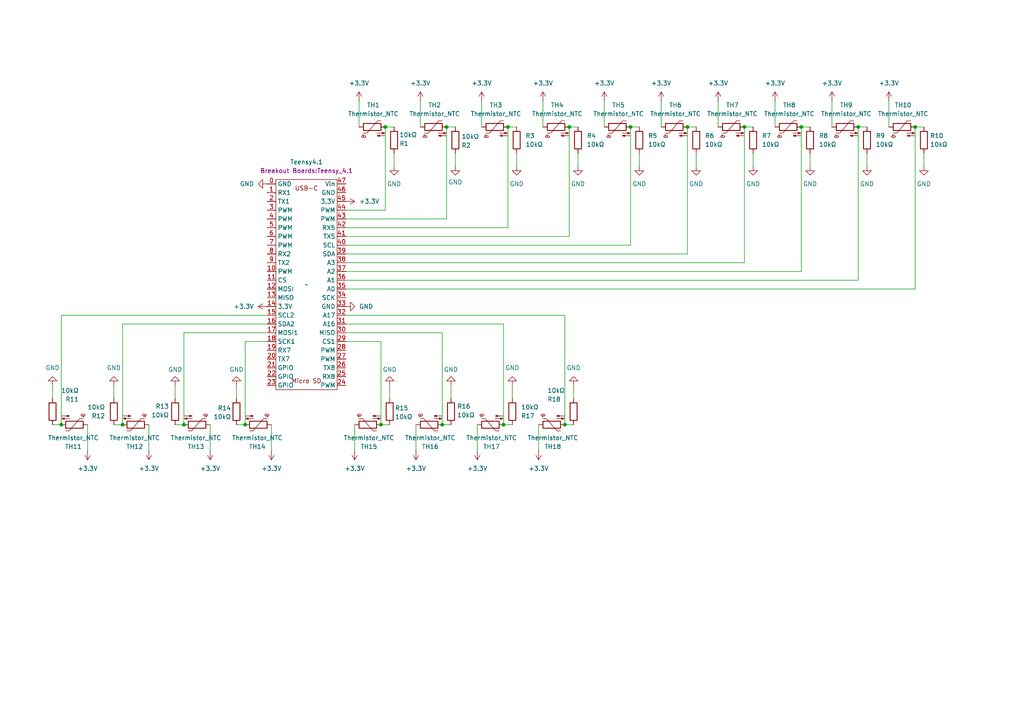
<source format=kicad_sch>
(kicad_sch (version 20231120) (generator "eeschema") (generator_version "8.0")
  (paper "A4")
  (lib_symbols
    (symbol "Breakout Boards:Teensy_4.1"
      (property "Reference" "Teensy4.1" (at 0 0 90))
      (property "Footprint" "Breakout Boards:Teensy_4.1" (at 0 0 0))
      (symbol "Teensy_4.1_0_1"
        (rectangle (start -8.89 30.48) (end 8.89 -30.48))
      )
      (symbol "Teensy_4.1_1_1"
        (text "Micro SD" (at 0 -27.94 0) (effects (font (size 1.27 1.27))))
        (text "USB-C" (at 0 27.94 0) (effects (font (size 1.27 1.27))))
        (pin input line (at -11.43 29.21 0) (length 2.54) (name "GND") (number "0"))
        (pin input line (at -11.43 26.67 0) (length 2.54) (name "RX1") (number "1"))
        (pin input line (at -11.43 3.81 0) (length 2.54) (name "PWM") (number "10"))
        (pin input line (at -11.43 1.27 0) (length 2.54) (name "CS") (number "11"))
        (pin input line (at -11.43 -1.27 0) (length 2.54) (name "MOSI") (number "12"))
        (pin input line (at -11.43 -3.81 0) (length 2.54) (name "MISO") (number "13"))
        (pin input line (at -11.43 -6.35 0) (length 2.54) (name "3.3V") (number "14"))
        (pin input line (at -11.43 -8.89 0) (length 2.54) (name "SCL2") (number "15"))
        (pin input line (at -11.43 -11.43 0) (length 2.54) (name "SDA2") (number "16"))
        (pin input line (at -11.43 -13.97 0) (length 2.54) (name "MOSI1") (number "17"))
        (pin input line (at -11.43 -16.51 0) (length 2.54) (name "SCK1") (number "18"))
        (pin input line (at -11.43 -19.05 0) (length 2.54) (name "RX7") (number "19"))
        (pin input line (at -11.43 24.13 0) (length 2.54) (name "TX1") (number "2"))
        (pin input line (at -11.43 -21.59 0) (length 2.54) (name "TX7") (number "20"))
        (pin input line (at -11.43 -24.13 0) (length 2.54) (name "GPIO") (number "21"))
        (pin input line (at -11.43 -26.67 0) (length 2.54) (name "GPIO") (number "22"))
        (pin input line (at -11.43 -29.21 0) (length 2.54) (name "GPIO") (number "23"))
        (pin input line (at 11.43 -29.21 180) (length 2.54) (name "PWM") (number "24"))
        (pin input line (at 11.43 -26.67 180) (length 2.54) (name "RX8") (number "25"))
        (pin input line (at 11.43 -24.13 180) (length 2.54) (name "TX8") (number "26"))
        (pin input line (at 11.43 -21.59 180) (length 2.54) (name "PWM") (number "27"))
        (pin input line (at 11.43 -19.05 180) (length 2.54) (name "PWM") (number "28"))
        (pin input line (at 11.43 -16.51 180) (length 2.54) (name "CS1") (number "29"))
        (pin input line (at -11.43 21.59 0) (length 2.54) (name "PWM") (number "3"))
        (pin input line (at 11.43 -13.97 180) (length 2.54) (name "MISO") (number "30"))
        (pin input line (at 11.43 -11.43 180) (length 2.54) (name "A16") (number "31"))
        (pin input line (at 11.43 -8.89 180) (length 2.54) (name "A17") (number "32"))
        (pin input line (at 11.43 -6.35 180) (length 2.54) (name "GND") (number "33"))
        (pin input line (at 11.43 -3.81 180) (length 2.54) (name "SCK") (number "34"))
        (pin input line (at 11.43 -1.27 180) (length 2.54) (name "A0") (number "35"))
        (pin input line (at 11.43 1.27 180) (length 2.54) (name "A1") (number "36"))
        (pin input line (at 11.43 3.81 180) (length 2.54) (name "A2") (number "37"))
        (pin input line (at 11.43 6.35 180) (length 2.54) (name "A3") (number "38"))
        (pin input line (at 11.43 8.89 180) (length 2.54) (name "SDA") (number "39"))
        (pin input line (at -11.43 19.05 0) (length 2.54) (name "PWM") (number "4"))
        (pin input line (at 11.43 11.43 180) (length 2.54) (name "SCL") (number "40"))
        (pin input line (at 11.43 13.97 180) (length 2.54) (name "TX5") (number "41"))
        (pin input line (at 11.43 16.51 180) (length 2.54) (name "RX5") (number "42"))
        (pin input line (at 11.43 19.05 180) (length 2.54) (name "PWM") (number "43"))
        (pin input line (at 11.43 21.59 180) (length 2.54) (name "PWM") (number "44"))
        (pin input line (at 11.43 24.13 180) (length 2.54) (name "3.3V") (number "45"))
        (pin input line (at 11.43 26.67 180) (length 2.54) (name "GND") (number "46"))
        (pin input line (at 11.43 29.21 180) (length 2.54) (name "Vin") (number "47"))
        (pin input line (at -11.43 16.51 0) (length 2.54) (name "PWM") (number "5"))
        (pin input line (at -11.43 13.97 0) (length 2.54) (name "PWM") (number "6"))
        (pin input line (at -11.43 11.43 0) (length 2.54) (name "PWM") (number "7"))
        (pin input line (at -11.43 8.89 0) (length 2.54) (name "RX2") (number "8"))
        (pin input line (at -11.43 6.35 0) (length 2.54) (name "TX2") (number "9"))
      )
    )
    (symbol "Device:R" (pin_numbers hide) (pin_names (offset 0))
      (property "Reference" "R" (at 2.032 0 90))
      (property "Value" "R" (at 0 0 90))
      (symbol "R_0_1"
        (rectangle (start -1.016 -2.54) (end 1.016 2.54) (stroke (width 0.254)))
      )
      (symbol "R_1_1"
        (pin passive line (at 0 3.81 270) (length 1.27) (name "~") (number "1"))
        (pin passive line (at 0 -3.81 90) (length 1.27) (name "~") (number "2"))
      )
    )
    (symbol "Device:Thermistor_NTC" (pin_numbers hide) (pin_names (offset 0))
      (property "Reference" "TH" (at -4.445 0 90))
      (property "Value" "Thermistor_NTC" (at 3.175 0 90))
      (symbol "Thermistor_NTC_0_1"
        (arc (start -3.048 2.159) (mid -3.0495 2.3143) (end -3.175 2.413))
        (arc (start -3.048 2.159) (mid -2.9736 1.9794) (end -2.794 1.905))
        (arc (start -3.048 2.794) (mid -2.9736 2.6144) (end -2.794 2.54))
        (arc (start -2.794 1.905) (mid -2.6144 1.9794) (end -2.54 2.159))
        (arc (start -2.794 2.54) (mid -2.4393 2.5587) (end -2.159 2.794))
        (arc (start -2.794 3.048) (mid -2.9736 2.9736) (end -3.048 2.794))
        (arc (start -2.54 2.794) (mid -2.6144 2.9736) (end -2.794 3.048))
        (rectangle (start -1.016 2.54) (end 1.016 -2.54) (stroke (width 0.254)))
        (polyline (pts (xy -2.54 2.159) (xy -2.54 2.794)))
        (polyline (pts (xy -1.778 2.54) (xy -1.778 1.524) (xy 1.778 -1.524) (xy 1.778 -2.54)))
        (polyline (pts (xy -2.54 -3.683) (xy -2.54 -1.397) (xy -2.794 -2.159) (xy -2.286 -2.159) (xy -2.54 -1.397) (xy -2.54 -1.651)) (fill (type outline)))
        (polyline (pts (xy -1.778 -1.397) (xy -1.778 -3.683) (xy -2.032 -2.921) (xy -1.524 -2.921) (xy -1.778 -3.683) (xy -1.778 -3.429)) (fill (type outline)))
      )
      (symbol "Thermistor_NTC_1_1"
        (pin passive line (at 0 3.81 270) (length 1.27) (name "~") (number "1"))
        (pin passive line (at 0 -3.81 90) (length 1.27) (name "~") (number "2"))
      )
    )
    (symbol "GND_1" (power) (pin_numbers hide) (pin_names (offset 0) hide)
      (property "Value" "GND" (at 0 -3.81 0))
      (symbol "GND_1_0_1"
        (polyline (pts (xy 0 0) (xy 0 -1.27) (xy 1.27 -1.27) (xy 0 -2.54) (xy -1.27 -1.27) (xy 0 -1.27)))
      )
      (symbol "GND_1_1_1"
        (pin power_in line (at 0 0 270) (length 0) (name "~") (number "1"))
      )
    )
    (symbol "GND_2" (power) (pin_numbers hide) (pin_names (offset 0) hide)
      (property "Value" "GND" (at 0 -3.81 0))
      (symbol "GND_2_0_1"
        (polyline (pts (xy 0 0) (xy 0 -1.27) (xy 1.27 -1.27) (xy 0 -2.54) (xy -1.27 -1.27) (xy 0 -1.27)))
      )
      (symbol "GND_2_1_1"
        (pin power_in line (at 0 0 270) (length 0) (name "~") (number "1"))
      )
    )
    (symbol "power:+3.3V" (power) (pin_numbers hide) (pin_names (offset 0) hide)
      (property "Value" "+3.3V" (at 0 3.556 0))
      (symbol "+3.3V_0_1"
        (polyline (pts (xy -0.762 1.27) (xy 0 2.54)))
        (polyline (pts (xy 0 0) (xy 0 2.54)))
        (polyline (pts (xy 0 2.54) (xy 0.762 1.27)))
      )
      (symbol "+3.3V_1_1"
        (pin power_in line (at 0 0 90) (length 0) (name "~") (number "1"))
      )
    )
    (symbol "power:GND" (power) (pin_names (offset 0))
      (property "Value" "GND" (at 0 -3.81 0))
      (symbol "GND_0_1"
        (polyline (pts (xy 0 0) (xy 0 -1.27) (xy 1.27 -1.27) (xy 0 -2.54) (xy -1.27 -1.27) (xy 0 -1.27)))
      )
      (symbol "GND_1_1"
        (pin power_in line (at 0 0 270) (length 0) hide (name "GND") (number "1"))
      )
    )
  )
  (junction (at 165.1 36.83))
  (junction (at 110.49 123.19))
  (junction (at 147.32 36.83))
  (junction (at 53.34 123.19))
  (junction (at 129.54 36.83))
  (junction (at 199.39 36.83))
  (junction (at 182.88 36.83))
  (junction (at 265.43 36.83))
  (junction (at 163.83 123.19))
  (junction (at 35.56 123.19))
  (junction (at 232.41 36.83))
  (junction (at 146.05 123.19))
  (junction (at 215.9 36.83))
  (junction (at 17.78 123.19))
  (junction (at 248.92 36.83))
  (junction (at 128.27 123.19))
  (junction (at 111.76 36.83))
  (junction (at 71.12 123.19))
  (wire (pts (xy 100.33 63.5) (xy 129.54 63.5)))
  (wire (pts (xy 146.05 93.98) (xy 146.05 123.19)))
  (wire (pts (xy 185.42 44.45) (xy 185.42 48.26)))
  (wire (pts (xy 167.64 44.45) (xy 167.64 48.26)))
  (wire (pts (xy 128.27 96.52) (xy 128.27 123.19)))
  (wire (pts (xy 111.76 36.83) (xy 114.3 36.83)))
  (wire (pts (xy 100.33 68.58) (xy 165.1 68.58)))
  (wire (pts (xy 166.37 111.76) (xy 166.37 115.57)))
  (wire (pts (xy 15.24 115.57) (xy 15.24 111.76)))
  (wire (pts (xy 100.33 83.82) (xy 265.43 83.82)))
  (wire (pts (xy 110.49 99.06) (xy 100.33 99.06)))
  (wire (pts (xy 17.78 123.19) (xy 15.24 123.19)))
  (wire (pts (xy 251.46 44.45) (xy 251.46 48.26)))
  (wire (pts (xy 165.1 36.83) (xy 165.1 68.58)))
  (wire (pts (xy 77.47 91.44) (xy 17.78 91.44)))
  (wire (pts (xy 100.33 81.28) (xy 248.92 81.28)))
  (wire (pts (xy 100.33 60.96) (xy 111.76 60.96)))
  (wire (pts (xy 43.18 130.81) (xy 43.18 123.19)))
  (wire (pts (xy 165.1 36.83) (xy 167.64 36.83)))
  (wire (pts (xy 148.59 123.19) (xy 146.05 123.19)))
  (wire (pts (xy 130.81 111.76) (xy 130.81 115.57)))
  (wire (pts (xy 71.12 99.06) (xy 77.47 99.06)))
  (wire (pts (xy 104.14 29.21) (xy 104.14 36.83)))
  (wire (pts (xy 100.33 78.74) (xy 232.41 78.74)))
  (wire (pts (xy 129.54 36.83) (xy 129.54 63.5)))
  (wire (pts (xy 191.77 29.21) (xy 191.77 36.83)))
  (wire (pts (xy 35.56 123.19) (xy 35.56 93.98)))
  (wire (pts (xy 78.74 130.81) (xy 78.74 123.19)))
  (wire (pts (xy 114.3 44.45) (xy 114.3 48.26)))
  (wire (pts (xy 139.7 29.21) (xy 139.7 36.83)))
  (wire (pts (xy 224.79 29.21) (xy 224.79 36.83)))
  (wire (pts (xy 100.33 71.12) (xy 182.88 71.12)))
  (wire (pts (xy 182.88 36.83) (xy 185.42 36.83)))
  (wire (pts (xy 248.92 36.83) (xy 248.92 81.28)))
  (wire (pts (xy 113.03 111.76) (xy 113.03 115.57)))
  (wire (pts (xy 208.28 29.21) (xy 208.28 36.83)))
  (wire (pts (xy 25.4 130.81) (xy 25.4 123.19)))
  (wire (pts (xy 248.92 36.83) (xy 251.46 36.83)))
  (wire (pts (xy 257.81 29.21) (xy 257.81 36.83)))
  (wire (pts (xy 215.9 36.83) (xy 218.44 36.83)))
  (wire (pts (xy 130.81 123.19) (xy 128.27 123.19)))
  (wire (pts (xy 215.9 36.83) (xy 215.9 76.2)))
  (wire (pts (xy 120.65 130.81) (xy 120.65 123.19)))
  (wire (pts (xy 267.97 44.45) (xy 267.97 48.26)))
  (wire (pts (xy 175.26 36.83) (xy 175.26 29.21)))
  (wire (pts (xy 241.3 29.21) (xy 241.3 36.83)))
  (wire (pts (xy 71.12 123.19) (xy 68.58 123.19)))
  (wire (pts (xy 265.43 36.83) (xy 267.97 36.83)))
  (wire (pts (xy 147.32 36.83) (xy 149.86 36.83)))
  (wire (pts (xy 234.95 44.45) (xy 234.95 48.26)))
  (wire (pts (xy 53.34 123.19) (xy 50.8 123.19)))
  (wire (pts (xy 156.21 130.81) (xy 156.21 123.19)))
  (wire (pts (xy 166.37 123.19) (xy 163.83 123.19)))
  (wire (pts (xy 35.56 93.98) (xy 77.47 93.98)))
  (wire (pts (xy 201.93 44.45) (xy 201.93 48.26)))
  (wire (pts (xy 53.34 96.52) (xy 77.47 96.52)))
  (wire (pts (xy 163.83 91.44) (xy 163.83 123.19)))
  (wire (pts (xy 111.76 36.83) (xy 111.76 60.96)))
  (wire (pts (xy 102.87 123.19) (xy 102.87 130.81)))
  (wire (pts (xy 68.58 115.57) (xy 68.58 111.76)))
  (wire (pts (xy 149.86 44.45) (xy 149.86 48.26)))
  (wire (pts (xy 182.88 36.83) (xy 182.88 71.12)))
  (wire (pts (xy 100.33 96.52) (xy 128.27 96.52)))
  (wire (pts (xy 17.78 91.44) (xy 17.78 123.19)))
  (wire (pts (xy 232.41 36.83) (xy 232.41 78.74)))
  (wire (pts (xy 218.44 44.45) (xy 218.44 48.26)))
  (wire (pts (xy 100.33 66.04) (xy 147.32 66.04)))
  (wire (pts (xy 110.49 123.19) (xy 110.49 99.06)))
  (wire (pts (xy 60.96 130.81) (xy 60.96 123.19)))
  (wire (pts (xy 232.41 36.83) (xy 234.95 36.83)))
  (wire (pts (xy 100.33 93.98) (xy 146.05 93.98)))
  (wire (pts (xy 113.03 123.19) (xy 110.49 123.19)))
  (wire (pts (xy 35.56 123.19) (xy 33.02 123.19)))
  (wire (pts (xy 157.48 29.21) (xy 157.48 36.83)))
  (wire (pts (xy 33.02 115.57) (xy 33.02 111.76)))
  (wire (pts (xy 71.12 123.19) (xy 71.12 99.06)))
  (wire (pts (xy 138.43 130.81) (xy 138.43 123.19)))
  (wire (pts (xy 265.43 36.83) (xy 265.43 83.82)))
  (wire (pts (xy 147.32 36.83) (xy 147.32 66.04)))
  (wire (pts (xy 148.59 111.76) (xy 148.59 115.57)))
  (wire (pts (xy 129.54 36.83) (xy 132.08 36.83)))
  (wire (pts (xy 100.33 73.66) (xy 199.39 73.66)))
  (wire (pts (xy 199.39 36.83) (xy 199.39 73.66)))
  (wire (pts (xy 53.34 123.19) (xy 53.34 96.52)))
  (wire (pts (xy 50.8 115.57) (xy 50.8 111.76)))
  (wire (pts (xy 132.08 44.45) (xy 132.08 48.26)))
  (wire (pts (xy 100.33 76.2) (xy 215.9 76.2)))
  (wire (pts (xy 121.92 29.21) (xy 121.92 36.83)))
  (wire (pts (xy 100.33 91.44) (xy 163.83 91.44)))
  (wire (pts (xy 199.39 36.83) (xy 201.93 36.83)))
  (symbol (lib_id "Device:Thermistor_NTC") (at 57.15 123.19 270) (unit 1)
    (property "Reference" "TH13" (at 56.8325 129.54 90))
    (property "Value" "Thermistor_NTC" (at 56.8325 127 90))
    (property "Footprint" "Connector_JST:JST_EH_B2B-EH-A_1x02_P2.50mm_Vertical" (effects (hide yes)))
  )
  (symbol (lib_id "power:GND") (at 130.81 111.76 0) (mirror x) (unit 1)
    (property "Reference" "#PWR034" (effects (hide yes)))
    (property "Value" "GND" (at 132.842 107.188 0) (effects (justify right)))
  )
  (symbol (lib_id "Device:R") (at 130.81 119.38 0) (mirror x) (unit 1)
    (property "Reference" "R16" (at 132.588 117.856 0) (effects (justify left)))
    (property "Value" "10kΩ" (at 132.588 120.396 0) (effects (justify left)))
    (property "Footprint" "Resistor_THT:R_Axial_DIN0204_L3.6mm_D1.6mm_P7.62mm_Horizontal" (effects (hide yes)))
  )
  (symbol (lib_id "power:+3.3V") (at 224.79 29.21 0) (unit 1)
    (property "Reference" "#PWR017" (effects (hide yes)))
    (property "Value" "+3.3V" (at 224.79 24.13 0))
    (property "Description" "Power symbol creates a global label with name \"+3.3V\"" (effects (hide yes)))
  )
  (symbol (lib_id "Device:R") (at 234.95 40.64 0) (unit 1)
    (property "Reference" "R8" (at 237.49 39.37 0) (effects (justify left)))
    (property "Value" "10kΩ" (at 237.49 41.91 0) (effects (justify left)))
    (property "Footprint" "Resistor_THT:R_Axial_DIN0204_L3.6mm_D1.6mm_P7.62mm_Horizontal" (effects (hide yes)))
  )
  (symbol (lib_id "Device:R") (at 132.08 40.64 0) (unit 1)
    (property "Reference" "R2" (at 133.858 42.164 0) (effects (justify left)))
    (property "Value" "10kΩ" (at 133.858 39.624 0) (effects (justify left)))
    (property "Footprint" "Resistor_THT:R_Axial_DIN0204_L3.6mm_D1.6mm_P7.62mm_Horizontal" (effects (hide yes)))
  )
  (symbol (lib_id "power:+3.3V") (at 139.7 29.21 0) (unit 1)
    (property "Reference" "#PWR07" (effects (hide yes)))
    (property "Value" "+3.3V" (at 139.7 24.13 0))
    (property "Description" "Power symbol creates a global label with name \"+3.3V\"" (effects (hide yes)))
  )
  (symbol (lib_id "Device:R") (at 68.58 119.38 180) (unit 1)
    (property "Reference" "R14" (at 67.056 118.364 0) (effects (justify left)))
    (property "Value" "10kΩ" (at 67.056 120.904 0) (effects (justify left)))
    (property "Footprint" "Resistor_THT:R_Axial_DIN0204_L3.6mm_D1.6mm_P7.62mm_Horizontal" (effects (hide yes)))
  )
  (symbol (lib_id "power:GND") (at 218.44 48.26 0) (unit 1)
    (property "Reference" "#PWR016" (effects (hide yes)))
    (property "Value" "GND" (at 218.44 53.34 0))
  )
  (symbol (lib_id "power:GND") (at 113.03 111.76 0) (mirror x) (unit 1)
    (property "Reference" "#PWR032" (effects (hide yes)))
    (property "Value" "GND" (at 115.062 107.188 0) (effects (justify right)))
  )
  (symbol (lib_id "power:+3.3V") (at 121.92 29.21 0) (unit 1)
    (property "Reference" "#PWR05" (effects (hide yes)))
    (property "Value" "+3.3V" (at 121.92 24.13 0))
    (property "Description" "Power symbol creates a global label with name \"+3.3V\"" (effects (hide yes)))
  )
  (symbol (lib_id "power:+3.3V") (at 208.28 29.21 0) (unit 1)
    (property "Reference" "#PWR015" (effects (hide yes)))
    (property "Value" "+3.3V" (at 208.28 24.13 0))
    (property "Description" "Power symbol creates a global label with name \"+3.3V\"" (effects (hide yes)))
  )
  (symbol (lib_id "power:+3.3V") (at 191.77 29.21 0) (unit 1)
    (property "Reference" "#PWR013" (effects (hide yes)))
    (property "Value" "+3.3V" (at 191.77 24.13 0))
    (property "Description" "Power symbol creates a global label with name \"+3.3V\"" (effects (hide yes)))
  )
  (symbol (lib_id "power:+3.3V") (at 78.74 130.81 180) (unit 1)
    (property "Reference" "#PWR030" (effects (hide yes)))
    (property "Value" "+3.3V" (at 78.74 135.89 0))
    (property "Description" "Power symbol creates a global label with name \"+3.3V\"" (effects (hide yes)))
  )
  (symbol (lib_id "power:GND") (at 267.97 48.26 0) (unit 1)
    (property "Reference" "#PWR022" (effects (hide yes)))
    (property "Value" "GND" (at 267.97 53.34 0))
  )
  (symbol (lib_id "Device:R") (at 15.24 119.38 180) (unit 1)
    (property "Reference" "R11" (at 22.86 115.824 0) (effects (justify left)))
    (property "Value" "10kΩ" (at 22.86 113.284 0) (effects (justify left)))
    (property "Footprint" "Resistor_THT:R_Axial_DIN0204_L3.6mm_D1.6mm_P7.62mm_Horizontal" (effects (hide yes)))
  )
  (symbol (lib_id "power:+3.3V") (at 241.3 29.21 0) (unit 1)
    (property "Reference" "#PWR019" (effects (hide yes)))
    (property "Value" "+3.3V" (at 241.3 24.13 0))
    (property "Description" "Power symbol creates a global label with name \"+3.3V\"" (effects (hide yes)))
  )
  (symbol (lib_id "Device:R") (at 218.44 40.64 0) (unit 1)
    (property "Reference" "R7" (at 220.98 39.37 0) (effects (justify left)))
    (property "Value" "10kΩ" (at 220.98 41.91 0) (effects (justify left)))
    (property "Footprint" "Resistor_THT:R_Axial_DIN0204_L3.6mm_D1.6mm_P7.62mm_Horizontal" (effects (hide yes)))
  )
  (symbol (lib_id "Device:Thermistor_NTC") (at 160.02 123.19 90) (mirror x) (unit 1)
    (property "Reference" "TH18" (at 160.3375 129.54 90))
    (property "Value" "Thermistor_NTC" (at 160.3375 127 90))
    (property "Footprint" "Connector_JST:JST_EH_B2B-EH-A_1x02_P2.50mm_Vertical" (effects (hide yes)))
  )
  (symbol (lib_id "Device:Thermistor_NTC") (at 74.93 123.19 270) (unit 1)
    (property "Reference" "TH14" (at 74.6125 129.54 90))
    (property "Value" "Thermistor_NTC" (at 74.6125 127 90))
    (property "Footprint" "Connector_JST:JST_EH_B2B-EH-A_1x02_P2.50mm_Vertical" (effects (hide yes)))
  )
  (symbol (lib_name "GND_1") (lib_id "power:GND") (at 114.3 48.26 0) (unit 1)
    (property "Reference" "#PWR04" (effects (hide yes)))
    (property "Value" "GND" (at 114.3 53.34 0))
    (property "Description" "Power symbol creates a global label with name \"GND\" , ground" (effects (hide yes)))
  )
  (symbol (lib_name "GND_2") (lib_id "power:GND") (at 100.33 88.9 90) (unit 1)
    (property "Reference" "#PWR02" (effects (hide yes)))
    (property "Value" "GND" (at 104.14 88.8999 90) (effects (justify right)))
    (property "Description" "Power symbol creates a global label with name \"GND\" , ground" (effects (hide yes)))
  )
  (symbol (lib_id "power:GND") (at 167.64 48.26 0) (unit 1)
    (property "Reference" "#PWR010" (effects (hide yes)))
    (property "Value" "GND" (at 167.64 53.34 0))
  )
  (symbol (lib_id "power:+3.3V") (at 77.47 88.9 90) (unit 1)
    (property "Reference" "#PWR039" (effects (hide yes)))
    (property "Value" "+3.3V" (at 73.66 88.8999 90) (effects (justify left)))
    (property "Description" "Power symbol creates a global label with name \"+3.3V\"" (effects (hide yes)))
  )
  (symbol (lib_id "power:+3.3V") (at 43.18 130.81 180) (unit 1)
    (property "Reference" "#PWR026" (effects (hide yes)))
    (property "Value" "+3.3V" (at 43.18 135.89 0))
    (property "Description" "Power symbol creates a global label with name \"+3.3V\"" (effects (hide yes)))
  )
  (symbol (lib_id "power:+3.3V") (at 100.33 58.42 270) (unit 1)
    (property "Reference" "#PWR01" (effects (hide yes)))
    (property "Value" "+3.3V" (at 104.14 58.4199 90) (effects (justify left)))
    (property "Description" "Power symbol creates a global label with name \"+3.3V\"" (effects (hide yes)))
  )
  (symbol (lib_id "Device:R") (at 251.46 40.64 0) (unit 1)
    (property "Reference" "R9" (at 254 39.37 0) (effects (justify left)))
    (property "Value" "10kΩ" (at 254 41.91 0) (effects (justify left)))
    (property "Footprint" "Resistor_THT:R_Axial_DIN0204_L3.6mm_D1.6mm_P7.62mm_Horizontal" (effects (hide yes)))
  )
  (symbol (lib_id "Device:Thermistor_NTC") (at 161.29 36.83 90) (unit 1)
    (property "Reference" "TH4" (at 161.6075 30.48 90))
    (property "Value" "Thermistor_NTC" (at 161.6075 33.02 90))
    (property "Footprint" "Connector_JST:JST_EH_B2B-EH-A_1x02_P2.50mm_Vertical" (effects (hide yes)))
  )
  (symbol (lib_id "Device:Thermistor_NTC") (at 228.6 36.83 90) (unit 1)
    (property "Reference" "TH8" (at 228.9175 30.48 90))
    (property "Value" "Thermistor_NTC" (at 228.9175 33.02 90))
    (property "Footprint" "Connector_JST:JST_EH_B2B-EH-A_1x02_P2.50mm_Vertical" (effects (hide yes)))
  )
  (symbol (lib_id "power:+3.3V") (at 257.81 29.21 0) (unit 1)
    (property "Reference" "#PWR021" (effects (hide yes)))
    (property "Value" "+3.3V" (at 257.81 24.13 0))
    (property "Description" "Power symbol creates a global label with name \"+3.3V\"" (effects (hide yes)))
  )
  (symbol (lib_id "power:GND") (at 50.8 111.76 180) (unit 1)
    (property "Reference" "#PWR027" (effects (hide yes)))
    (property "Value" "GND" (at 48.768 107.188 0) (effects (justify right)))
  )
  (symbol (lib_id "power:+3.3V") (at 104.14 29.21 0) (unit 1)
    (property "Reference" "#PWR03" (effects (hide yes)))
    (property "Value" "+3.3V" (at 104.14 24.13 0))
    (property "Description" "Power symbol creates a global label with name \"+3.3V\"" (effects (hide yes)))
  )
  (symbol (lib_name "GND_2") (lib_id "power:GND") (at 77.47 53.34 270) (unit 1)
    (property "Reference" "#PWR040" (effects (hide yes)))
    (property "Value" "GND" (at 73.66 53.3399 90) (effects (justify right)))
    (property "Description" "Power symbol creates a global label with name \"GND\" , ground" (effects (hide yes)))
  )
  (symbol (lib_id "Device:R") (at 201.93 40.64 0) (unit 1)
    (property "Reference" "R6" (at 204.47 39.37 0) (effects (justify left)))
    (property "Value" "10kΩ" (at 204.47 41.91 0) (effects (justify left)))
    (property "Footprint" "Resistor_THT:R_Axial_DIN0204_L3.6mm_D1.6mm_P7.62mm_Horizontal" (effects (hide yes)))
  )
  (symbol (lib_id "Device:Thermistor_NTC") (at 261.62 36.83 90) (unit 1)
    (property "Reference" "TH10" (at 261.9375 30.48 90))
    (property "Value" "Thermistor_NTC" (at 261.9375 33.02 90))
    (property "Footprint" "Connector_JST:JST_EH_B2B-EH-A_1x02_P2.50mm_Vertical" (effects (hide yes)))
  )
  (symbol (lib_id "power:+3.3V") (at 138.43 130.81 180) (unit 1)
    (property "Reference" "#PWR035" (effects (hide yes)))
    (property "Value" "+3.3V" (at 138.43 135.89 0))
    (property "Description" "Power symbol creates a global label with name \"+3.3V\"" (effects (hide yes)))
  )
  (symbol (lib_id "Device:Thermistor_NTC") (at 245.11 36.83 90) (unit 1)
    (property "Reference" "TH9" (at 245.4275 30.48 90))
    (property "Value" "Thermistor_NTC" (at 245.4275 33.02 90))
    (property "Footprint" "Connector_JST:JST_EH_B2B-EH-A_1x02_P2.50mm_Vertical" (effects (hide yes)))
  )
  (symbol (lib_id "power:+3.3V") (at 102.87 130.81 180) (unit 1)
    (property "Reference" "#PWR031" (effects (hide yes)))
    (property "Value" "+3.3V" (at 102.87 135.89 0))
    (property "Description" "Power symbol creates a global label with name \"+3.3V\"" (effects (hide yes)))
  )
  (symbol (lib_id "Device:R") (at 166.37 119.38 0) (mirror x) (unit 1)
    (property "Reference" "R18" (at 158.75 115.824 0) (effects (justify left)))
    (property "Value" "10kΩ" (at 158.75 113.284 0) (effects (justify left)))
    (property "Footprint" "Resistor_THT:R_Axial_DIN0204_L3.6mm_D1.6mm_P7.62mm_Horizontal" (effects (hide yes)))
  )
  (symbol (lib_id "Device:Thermistor_NTC") (at 107.95 36.83 90) (unit 1)
    (property "Reference" "TH1" (at 108.2675 30.48 90))
    (property "Value" "Thermistor_NTC" (at 108.2675 33.02 90))
    (property "Footprint" "Connector_JST:JST_EH_B2B-EH-A_1x02_P2.50mm_Vertical" (effects (hide yes)))
  )
  (symbol (lib_id "Device:Thermistor_NTC") (at 106.68 123.19 90) (mirror x) (unit 1)
    (property "Reference" "TH15" (at 106.9975 129.54 90))
    (property "Value" "Thermistor_NTC" (at 106.9975 127 90))
    (property "Footprint" "Connector_JST:JST_EH_B2B-EH-A_1x02_P2.50mm_Vertical" (effects (hide yes)))
  )
  (symbol (lib_id "power:+3.3V") (at 157.48 29.21 0) (unit 1)
    (property "Reference" "#PWR09" (effects (hide yes)))
    (property "Value" "+3.3V" (at 157.48 24.13 0))
    (property "Description" "Power symbol creates a global label with name \"+3.3V\"" (effects (hide yes)))
  )
  (symbol (lib_id "Device:R") (at 114.3 40.64 0) (unit 1)
    (property "Reference" "R1" (at 115.824 41.656 0) (effects (justify left)))
    (property "Value" "10kΩ" (at 115.824 39.116 0) (effects (justify left)))
    (property "Footprint" "Resistor_THT:R_Axial_DIN0204_L3.6mm_D1.6mm_P7.62mm_Horizontal" (effects (hide yes)))
  )
  (symbol (lib_id "power:+3.3V") (at 60.96 130.81 180) (unit 1)
    (property "Reference" "#PWR028" (effects (hide yes)))
    (property "Value" "+3.3V" (at 60.96 135.89 0))
    (property "Description" "Power symbol creates a global label with name \"+3.3V\"" (effects (hide yes)))
  )
  (symbol (lib_id "power:GND") (at 234.95 48.26 0) (unit 1)
    (property "Reference" "#PWR018" (effects (hide yes)))
    (property "Value" "GND" (at 234.95 53.34 0))
  )
  (symbol (lib_id "Device:Thermistor_NTC") (at 179.07 36.83 90) (unit 1)
    (property "Reference" "TH5" (at 179.3875 30.48 90))
    (property "Value" "Thermistor_NTC" (at 179.3875 33.02 90))
    (property "Footprint" "Connector_JST:JST_EH_B2B-EH-A_1x02_P2.50mm_Vertical" (effects (hide yes)))
  )
  (symbol (lib_id "power:+3.3V") (at 175.26 29.21 0) (unit 1)
    (property "Reference" "#PWR011" (effects (hide yes)))
    (property "Value" "+3.3V" (at 175.26 24.13 0))
    (property "Description" "Power symbol creates a global label with name \"+3.3V\"" (effects (hide yes)))
  )
  (symbol (lib_id "Device:Thermistor_NTC") (at 212.09 36.83 90) (unit 1)
    (property "Reference" "TH7" (at 212.4075 30.48 90))
    (property "Value" "Thermistor_NTC" (at 212.4075 33.02 90))
    (property "Footprint" "Connector_JST:JST_EH_B2B-EH-A_1x02_P2.50mm_Vertical" (effects (hide yes)))
  )
  (symbol (lib_id "Device:R") (at 50.8 119.38 180) (unit 1)
    (property "Reference" "R13" (at 49.022 117.856 0) (effects (justify left)))
    (property "Value" "10kΩ" (at 49.022 120.396 0) (effects (justify left)))
    (property "Footprint" "Resistor_THT:R_Axial_DIN0204_L3.6mm_D1.6mm_P7.62mm_Horizontal" (effects (hide yes)))
  )
  (symbol (lib_id "Device:Thermistor_NTC") (at 125.73 36.83 90) (unit 1)
    (property "Reference" "TH2" (at 126.0475 30.48 90))
    (property "Value" "Thermistor_NTC" (at 126.0475 33.02 90))
    (property "Footprint" "Connector_JST:JST_EH_B2B-EH-A_1x02_P2.50mm_Vertical" (effects (hide yes)))
  )
  (symbol (lib_id "Device:Thermistor_NTC") (at 124.46 123.19 90) (mirror x) (unit 1)
    (property "Reference" "TH16" (at 124.7775 129.54 90))
    (property "Value" "Thermistor_NTC" (at 124.7775 127 90))
    (property "Footprint" "Connector_JST:JST_EH_B2B-EH-A_1x02_P2.50mm_Vertical" (effects (hide yes)))
  )
  (symbol (lib_id "power:GND") (at 149.86 48.26 0) (unit 1)
    (property "Reference" "#PWR08" (effects (hide yes)))
    (property "Value" "GND" (at 149.86 53.34 0))
  )
  (symbol (lib_id "power:GND") (at 68.58 111.76 180) (unit 1)
    (property "Reference" "#PWR029" (effects (hide yes)))
    (property "Value" "GND" (at 66.548 107.188 0) (effects (justify right)))
  )
  (symbol (lib_id "power:GND") (at 15.24 111.76 180) (unit 1)
    (property "Reference" "#PWR023" (effects (hide yes)))
    (property "Value" "GND" (at 15.24 106.68 0))
  )
  (symbol (lib_id "power:GND") (at 33.02 111.76 180) (unit 1)
    (property "Reference" "#PWR025" (effects (hide yes)))
    (property "Value" "GND" (at 33.02 106.68 0))
  )
  (symbol (lib_id "Device:Thermistor_NTC") (at 195.58 36.83 90) (unit 1)
    (property "Reference" "TH6" (at 195.8975 30.48 90))
    (property "Value" "Thermistor_NTC" (at 195.8975 33.02 90))
    (property "Footprint" "Connector_JST:JST_EH_B2B-EH-A_1x02_P2.50mm_Vertical" (effects (hide yes)))
  )
  (symbol (lib_id "Device:R") (at 113.03 119.38 0) (mirror x) (unit 1)
    (property "Reference" "R15" (at 114.554 118.364 0) (effects (justify left)))
    (property "Value" "10kΩ" (at 114.554 120.904 0) (effects (justify left)))
    (property "Footprint" "Resistor_THT:R_Axial_DIN0204_L3.6mm_D1.6mm_P7.62mm_Horizontal" (effects (hide yes)))
  )
  (symbol (lib_id "Device:R") (at 267.97 40.64 0) (unit 1)
    (property "Reference" "R10" (at 269.748 39.37 0) (effects (justify left)))
    (property "Value" "10kΩ" (at 269.748 41.91 0) (effects (justify left)))
    (property "Footprint" "Resistor_THT:R_Axial_DIN0204_L3.6mm_D1.6mm_P7.62mm_Horizontal" (effects (hide yes)))
  )
  (symbol (lib_id "power:+3.3V") (at 120.65 130.81 180) (unit 1)
    (property "Reference" "#PWR033" (effects (hide yes)))
    (property "Value" "+3.3V" (at 120.65 135.89 0))
    (property "Description" "Power symbol creates a global label with name \"+3.3V\"" (effects (hide yes)))
  )
  (symbol (lib_id "Device:Thermistor_NTC") (at 21.59 123.19 270) (unit 1)
    (property "Reference" "TH11" (at 21.2725 129.54 90))
    (property "Value" "Thermistor_NTC" (at 21.2725 127 90))
    (property "Footprint" "Connector_JST:JST_EH_B2B-EH-A_1x02_P2.50mm_Vertical" (effects (hide yes)))
  )
  (symbol (lib_id "Device:Thermistor_NTC") (at 143.51 36.83 90) (unit 1)
    (property "Reference" "TH3" (at 143.8275 30.48 90))
    (property "Value" "Thermistor_NTC" (at 143.8275 33.02 90))
    (property "Footprint" "Connector_JST:JST_EH_B2B-EH-A_1x02_P2.50mm_Vertical" (effects (hide yes)))
  )
  (symbol (lib_id "power:GND") (at 201.93 48.26 0) (unit 1)
    (property "Reference" "#PWR014" (effects (hide yes)))
    (property "Value" "GND" (at 201.93 53.34 0))
  )
  (symbol (lib_id "Device:R") (at 149.86 40.64 0) (unit 1)
    (property "Reference" "R3" (at 152.4 39.37 0) (effects (justify left)))
    (property "Value" "10kΩ" (at 152.4 41.91 0) (effects (justify left)))
    (property "Footprint" "Resistor_THT:R_Axial_DIN0204_L3.6mm_D1.6mm_P7.62mm_Horizontal" (effects (hide yes)))
  )
  (symbol (lib_id "power:GND") (at 166.37 111.76 0) (mirror x) (unit 1)
    (property "Reference" "#PWR038" (effects (hide yes)))
    (property "Value" "GND" (at 166.37 106.68 0))
  )
  (symbol (lib_id "Device:Thermistor_NTC") (at 39.37 123.19 270) (unit 1)
    (property "Reference" "TH12" (at 39.0525 129.54 90))
    (property "Value" "Thermistor_NTC" (at 39.0525 127 90))
    (property "Footprint" "Connector_JST:JST_EH_B2B-EH-A_1x02_P2.50mm_Vertical" (effects (hide yes)))
  )
  (symbol (lib_id "Device:R") (at 185.42 40.64 0) (unit 1)
    (property "Reference" "R5" (at 187.96 39.37 0) (effects (justify left)))
    (property "Value" "10kΩ" (at 187.96 41.91 0) (effects (justify left)))
    (property "Footprint" "Resistor_THT:R_Axial_DIN0204_L3.6mm_D1.6mm_P7.62mm_Horizontal" (effects (hide yes)))
  )
  (symbol (lib_id "Device:R") (at 167.64 40.64 0) (unit 1)
    (property "Reference" "R4" (at 170.18 39.37 0) (effects (justify left)))
    (property "Value" "10kΩ" (at 170.18 41.91 0) (effects (justify left)))
    (property "Footprint" "Resistor_THT:R_Axial_DIN0204_L3.6mm_D1.6mm_P7.62mm_Horizontal" (effects (hide yes)))
  )
  (symbol (lib_id "power:GND") (at 185.42 48.26 0) (unit 1)
    (property "Reference" "#PWR012" (effects (hide yes)))
    (property "Value" "GND" (at 185.42 53.34 0))
  )
  (symbol (lib_id "Breakout Boards:Teensy_4.1") (at 88.9 82.55 0) (unit 1)
    (property "Reference" "Teensy4.1" (at 88.9 46.99 0))
    (property "Value" "~" (at 88.9 82.55 0))
    (property "Footprint" "Breakout Boards:Teensy_4.1" (at 88.9 49.53 0))
  )
  (symbol (lib_id "power:GND") (at 132.08 48.26 0) (unit 1)
    (property "Reference" "#PWR06" (effects (hide yes)))
    (property "Value" "GND" (at 134.112 52.832 0) (effects (justify right)))
  )
  (symbol (lib_id "power:+3.3V") (at 25.4 130.81 180) (unit 1)
    (property "Reference" "#PWR024" (effects (hide yes)))
    (property "Value" "+3.3V" (at 25.4 135.89 0))
    (property "Description" "Power symbol creates a global label with name \"+3.3V\"" (effects (hide yes)))
  )
  (symbol (lib_id "Device:Thermistor_NTC") (at 142.24 123.19 90) (mirror x) (unit 1)
    (property "Reference" "TH17" (at 142.5575 129.54 90))
    (property "Value" "Thermistor_NTC" (at 142.5575 127 90))
    (property "Footprint" "Connector_JST:JST_EH_B2B-EH-A_1x02_P2.50mm_Vertical" (effects (hide yes)))
  )
  (symbol (lib_id "power:GND") (at 251.46 48.26 0) (unit 1)
    (property "Reference" "#PWR020" (effects (hide yes)))
    (property "Value" "GND" (at 251.46 53.34 0))
  )
  (symbol (lib_id "power:GND") (at 148.59 111.76 0) (mirror x) (unit 1)
    (property "Reference" "#PWR036" (effects (hide yes)))
    (property "Value" "GND" (at 148.59 106.68 0))
  )
  (symbol (lib_id "power:+3.3V") (at 156.21 130.81 180) (unit 1)
    (property "Reference" "#PWR037" (effects (hide yes)))
    (property "Value" "+3.3V" (at 156.21 135.89 0))
    (property "Description" "Power symbol creates a global label with name \"+3.3V\"" (effects (hide yes)))
  )
  (symbol (lib_id "Device:R") (at 148.59 119.38 0) (mirror x) (unit 1)
    (property "Reference" "R17" (at 151.13 120.65 0) (effects (justify left)))
    (property "Value" "10kΩ" (at 151.13 118.11 0) (effects (justify left)))
    (property "Footprint" "Resistor_THT:R_Axial_DIN0204_L3.6mm_D1.6mm_P7.62mm_Horizontal" (effects (hide yes)))
  )
  (symbol (lib_id "Device:R") (at 33.02 119.38 180) (unit 1)
    (property "Reference" "R12" (at 30.48 120.65 0) (effects (justify left)))
    (property "Value" "10kΩ" (at 30.48 118.11 0) (effects (justify left)))
    (property "Footprint" "Resistor_THT:R_Axial_DIN0204_L3.6mm_D1.6mm_P7.62mm_Horizontal" (effects (hide yes)))
  )
)
</source>
